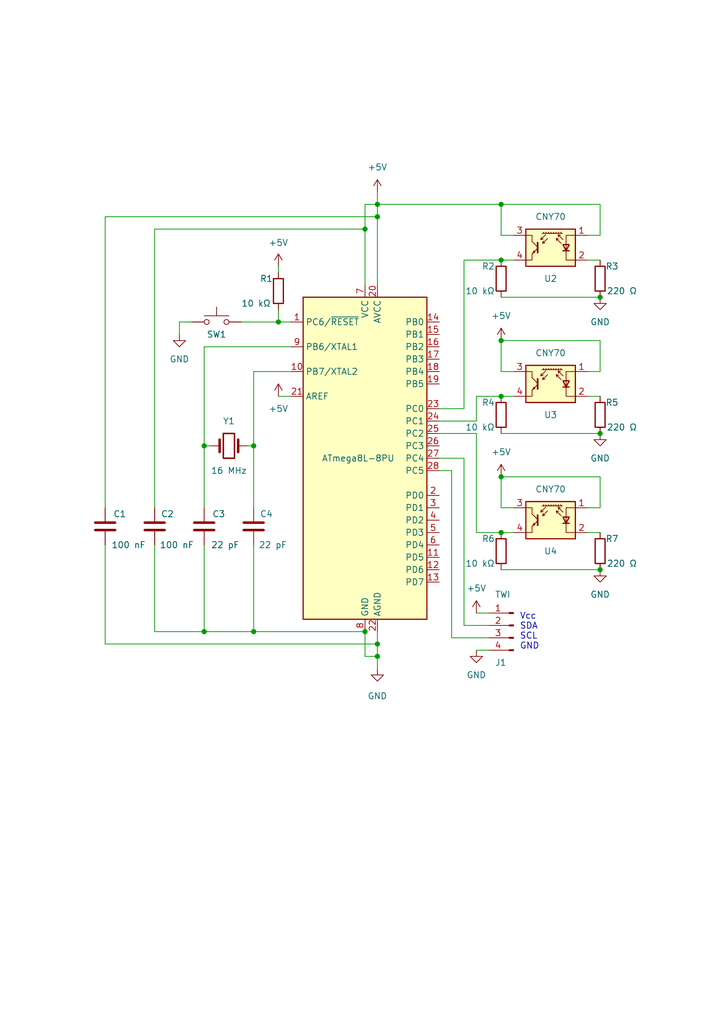
<source format=kicad_sch>
(kicad_sch (version 20211123) (generator eeschema)
  (paper "A5" portrait)
  (title_block (title "Line tracking sensor board") (date "2022-01-08") (rev "0.1.0") (comment 1 "Location: https://github.com/atlas144/mals") (comment 2 "SPDX-License-Identifier: CERN-OHL-S-2.0") (comment 3 "Author: Jakub Švarc (jakubsvarc@protonmail.com)"))
  (lib_symbols
    (symbol "Connector:Conn_01x04_Male" (pin_names (offset 1.016) hide)
      (property "Reference" "J" (at 0 5.08 0))
      (property "Value" "Conn_01x04_Male" (at 0 -7.62 0))
      (symbol "Conn_01x04_Male_1_1"
        (polyline (pts (xy 1.27 -5.08) (xy 0.8636 -5.08)) (stroke (width 0.1524)))
        (polyline (pts (xy 1.27 -2.54) (xy 0.8636 -2.54)) (stroke (width 0.1524)))
        (polyline (pts (xy 1.27 0) (xy 0.8636 0)) (stroke (width 0.1524)))
        (polyline (pts (xy 1.27 2.54) (xy 0.8636 2.54)) (stroke (width 0.1524)))
        (rectangle (start 0.8636 -4.953) (end 0 -5.207) (stroke (width 0.1524)) (fill (type outline)))
        (rectangle (start 0.8636 -2.413) (end 0 -2.667) (stroke (width 0.1524)) (fill (type outline)))
        (rectangle (start 0.8636 0.127) (end 0 -0.127) (stroke (width 0.1524)) (fill (type outline)))
        (rectangle (start 0.8636 2.667) (end 0 2.413) (stroke (width 0.1524)) (fill (type outline)))
        (pin passive line (at 5.08 2.54 180) (length 3.81) (name "Pin_1") (number "1"))
        (pin passive line (at 5.08 0 180) (length 3.81) (name "Pin_2") (number "2"))
        (pin passive line (at 5.08 -2.54 180) (length 3.81) (name "Pin_3") (number "3"))
        (pin passive line (at 5.08 -5.08 180) (length 3.81) (name "Pin_4") (number "4"))
      )
    )
    (symbol "Device:C" (pin_numbers hide) (pin_names (offset 0.254))
      (property "Reference" "C" (at 0.635 2.54 0))
      (property "Value" "C" (at 0.635 -2.54 0))
      (symbol "C_0_1"
        (polyline (pts (xy -2.032 -0.762) (xy 2.032 -0.762)) (stroke (width 0.508)))
        (polyline (pts (xy -2.032 0.762) (xy 2.032 0.762)) (stroke (width 0.508)))
      )
      (symbol "C_1_1"
        (pin passive line (at 0 3.81 270) (length 2.794) (name "~") (number "1"))
        (pin passive line (at 0 -3.81 90) (length 2.794) (name "~") (number "2"))
      )
    )
    (symbol "Device:Crystal" (pin_numbers hide) (pin_names (offset 1.016) hide)
      (property "Reference" "Y" (at 0 3.81 0))
      (property "Value" "Crystal" (at 0 -3.81 0))
      (symbol "Crystal_0_1"
        (rectangle (start -1.143 2.54) (end 1.143 -2.54) (stroke (width 0.3048)))
        (polyline (pts (xy -2.54 0) (xy -1.905 0)))
        (polyline (pts (xy -1.905 -1.27) (xy -1.905 1.27)) (stroke (width 0.508)))
        (polyline (pts (xy 1.905 -1.27) (xy 1.905 1.27)) (stroke (width 0.508)))
        (polyline (pts (xy 2.54 0) (xy 1.905 0)))
      )
      (symbol "Crystal_1_1"
        (pin passive line (at -3.81 0 0) (length 1.27) (name "1") (number "1"))
        (pin passive line (at 3.81 0 180) (length 1.27) (name "2") (number "2"))
      )
    )
    (symbol "Device:R" (pin_numbers hide) (pin_names (offset 0))
      (property "Reference" "R" (at 2.032 0 90))
      (property "Value" "R" (at 0 0 90))
      (symbol "R_0_1"
        (rectangle (start -1.016 -2.54) (end 1.016 2.54) (stroke (width 0.254)))
      )
      (symbol "R_1_1"
        (pin passive line (at 0 3.81 270) (length 1.27) (name "~") (number "1"))
        (pin passive line (at 0 -3.81 90) (length 1.27) (name "~") (number "2"))
      )
    )
    (symbol "MCU_Microchip_ATmega:ATmega8L-8P"
      (property "Reference" "U" (at -12.7 34.29 0))
      (property "Value" "ATmega8L-8P" (at 5.08 -34.29 0))
      (symbol "ATmega8L-8P_0_1"
        (rectangle (start -12.7 -33.02) (end 12.7 33.02) (stroke (width 0.254)) (fill (type background)))
      )
      (symbol "ATmega8L-8P_1_1"
        (pin bidirectional line (at -15.24 27.94 0) (length 2.54) (name "PC6/~{RESET}") (number "1"))
        (pin bidirectional line (at -15.24 17.78 0) (length 2.54) (name "PB7/XTAL2") (number "10"))
        (pin bidirectional line (at 15.24 -20.32 180) (length 2.54) (name "PD5") (number "11"))
        (pin bidirectional line (at 15.24 -22.86 180) (length 2.54) (name "PD6") (number "12"))
        (pin bidirectional line (at 15.24 -25.4 180) (length 2.54) (name "PD7") (number "13"))
        (pin bidirectional line (at 15.24 27.94 180) (length 2.54) (name "PB0") (number "14"))
        (pin bidirectional line (at 15.24 25.4 180) (length 2.54) (name "PB1") (number "15"))
        (pin bidirectional line (at 15.24 22.86 180) (length 2.54) (name "PB2") (number "16"))
        (pin bidirectional line (at 15.24 20.32 180) (length 2.54) (name "PB3") (number "17"))
        (pin bidirectional line (at 15.24 17.78 180) (length 2.54) (name "PB4") (number "18"))
        (pin bidirectional line (at 15.24 15.24 180) (length 2.54) (name "PB5") (number "19"))
        (pin bidirectional line (at 15.24 -7.62 180) (length 2.54) (name "PD0") (number "2"))
        (pin power_in line (at 2.54 35.56 270) (length 2.54) (name "AVCC") (number "20"))
        (pin passive line (at -15.24 12.7 0) (length 2.54) (name "AREF") (number "21"))
        (pin power_in line (at 2.54 -35.56 90) (length 2.54) (name "AGND") (number "22"))
        (pin bidirectional line (at 15.24 10.16 180) (length 2.54) (name "PC0") (number "23"))
        (pin bidirectional line (at 15.24 7.62 180) (length 2.54) (name "PC1") (number "24"))
        (pin bidirectional line (at 15.24 5.08 180) (length 2.54) (name "PC2") (number "25"))
        (pin bidirectional line (at 15.24 2.54 180) (length 2.54) (name "PC3") (number "26"))
        (pin bidirectional line (at 15.24 0 180) (length 2.54) (name "PC4") (number "27"))
        (pin bidirectional line (at 15.24 -2.54 180) (length 2.54) (name "PC5") (number "28"))
        (pin bidirectional line (at 15.24 -10.16 180) (length 2.54) (name "PD1") (number "3"))
        (pin bidirectional line (at 15.24 -12.7 180) (length 2.54) (name "PD2") (number "4"))
        (pin bidirectional line (at 15.24 -15.24 180) (length 2.54) (name "PD3") (number "5"))
        (pin bidirectional line (at 15.24 -17.78 180) (length 2.54) (name "PD4") (number "6"))
        (pin power_in line (at 0 35.56 270) (length 2.54) (name "VCC") (number "7"))
        (pin power_in line (at 0 -35.56 90) (length 2.54) (name "GND") (number "8"))
        (pin bidirectional line (at -15.24 22.86 0) (length 2.54) (name "PB6/XTAL1") (number "9"))
      )
    )
    (symbol "Sensor_Proximity:CNY70" (pin_names (offset 1.016) hide)
      (property "Reference" "U" (at -5.08 5.08 0))
      (property "Value" "CNY70" (at 5.08 5.08 0))
      (symbol "CNY70_0_1"
        (polyline (pts (xy -3.81 -0.635) (xy -2.54 -0.635)) (stroke (width 0.254)))
        (polyline (pts (xy -2.286 2.921) (xy -2.032 3.175)))
        (polyline (pts (xy -1.778 2.921) (xy -1.524 3.175)))
        (polyline (pts (xy -1.524 2.667) (xy -1.651 2.159)))
        (polyline (pts (xy -1.27 2.921) (xy -1.016 3.175)))
        (polyline (pts (xy -1.143 1.905) (xy -1.27 1.397)))
        (polyline (pts (xy -0.762 2.921) (xy -0.508 3.175)))
        (polyline (pts (xy -0.254 2.921) (xy 0 3.175)))
        (polyline (pts (xy 0.254 2.921) (xy 0.508 3.175)))
        (polyline (pts (xy 0.762 2.921) (xy 1.016 3.175)))
        (polyline (pts (xy 1.27 2.921) (xy 1.524 3.175)))
        (polyline (pts (xy 1.651 0.889) (xy 1.143 1.016)))
        (polyline (pts (xy 1.778 2.921) (xy -2.413 2.921)))
        (polyline (pts (xy 2.032 1.651) (xy 1.524 1.778)))
        (polyline (pts (xy 2.667 -0.127) (xy 3.81 -1.27)))
        (polyline (pts (xy 2.667 0.127) (xy 3.81 1.27)))
        (polyline (pts (xy -2.54 1.651) (xy -1.524 2.667) (xy -2.032 2.54)))
        (polyline (pts (xy -2.159 0.889) (xy -1.143 1.905) (xy -1.651 1.778)))
        (polyline (pts (xy 0.635 1.905) (xy 1.651 0.889) (xy 1.524 1.397)))
        (polyline (pts (xy 1.016 2.667) (xy 2.032 1.651) (xy 1.905 2.159)))
        (polyline (pts (xy 2.667 1.016) (xy 2.667 -1.016) (xy 2.667 -1.016)) (stroke (width 0.3556)))
        (polyline (pts (xy 3.81 -1.27) (xy 3.81 -2.54) (xy 5.08 -2.54)))
        (polyline (pts (xy 3.81 1.27) (xy 3.81 2.54) (xy 5.08 2.54)))
        (polyline (pts (xy -5.08 -2.54) (xy -3.175 -2.54) (xy -3.175 2.54) (xy -5.08 2.54)))
        (polyline (pts (xy -3.175 -0.635) (xy -3.81 0.635) (xy -2.54 0.635) (xy -3.175 -0.635)) (stroke (width 0.254)))
        (polyline (pts (xy 3.683 -1.143) (xy 3.429 -0.635) (xy 3.175 -0.889) (xy 3.683 -1.143)))
        (polyline (pts (xy -5.08 -3.81) (xy 5.08 -3.81) (xy 5.08 3.81) (xy -5.08 3.81) (xy -5.08 -3.81)) (stroke (width 0.254)) (fill (type background)))
      )
      (symbol "CNY70_1_1"
        (pin passive line (at -7.62 2.54 0) (length 2.54) (name "A") (number "1"))
        (pin passive line (at -7.62 -2.54 0) (length 2.54) (name "K") (number "2"))
        (pin open_collector line (at 7.62 2.54 180) (length 2.54) (name "C") (number "3"))
        (pin open_emitter line (at 7.62 -2.54 180) (length 2.54) (name "E") (number "4"))
      )
    )
    (symbol "Switch:SW_Push" (pin_numbers hide) (pin_names (offset 1.016) hide)
      (property "Reference" "SW" (at 1.27 2.54 0))
      (property "Value" "SW_Push" (at 0 -1.524 0))
      (symbol "SW_Push_0_1"
        (circle (center -2.032 0) (radius 0.508))
        (polyline (pts (xy 0 1.27) (xy 0 3.048)))
        (polyline (pts (xy 2.54 1.27) (xy -2.54 1.27)))
        (circle (center 2.032 0) (radius 0.508))
        (pin passive line (at -5.08 0 0) (length 2.54) (name "1") (number "1"))
        (pin passive line (at 5.08 0 180) (length 2.54) (name "2") (number "2"))
      )
    )
    (symbol "power:+5V" (power) (pin_names (offset 0))
      (property "Value" "+5V" (at 0 3.556 0))
      (symbol "+5V_0_1"
        (polyline (pts (xy -0.762 1.27) (xy 0 2.54)))
        (polyline (pts (xy 0 0) (xy 0 2.54)))
        (polyline (pts (xy 0 2.54) (xy 0.762 1.27)))
      )
      (symbol "+5V_1_1"
        (pin power_in line (at 0 0 90) (length 0) hide (name "+5V") (number "1"))
      )
    )
    (symbol "power:GND" (power) (pin_names (offset 0))
      (property "Value" "GND" (at 0 -3.81 0))
      (symbol "GND_0_1"
        (polyline (pts (xy 0 0) (xy 0 -1.27) (xy 1.27 -1.27) (xy 0 -2.54) (xy -1.27 -1.27) (xy 0 -1.27)))
      )
      (symbol "GND_1_1"
        (pin power_in line (at 0 0 270) (length 0) hide (name "GND") (number "1"))
      )
    )
  )
  (junction (at 102.87 69.85))
  (junction (at 74.93 46.99))
  (junction (at 77.47 132.08))
  (junction (at 77.47 44.45))
  (junction (at 77.47 134.62))
  (junction (at 74.93 129.54))
  (junction (at 123.19 60.96))
  (junction (at 123.19 116.84))
  (junction (at 57.15 66.04))
  (junction (at 123.19 88.9))
  (junction (at 52.07 91.44))
  (junction (at 102.87 81.28))
  (junction (at 41.91 91.44))
  (junction (at 41.91 129.54))
  (junction (at 52.07 129.54))
  (junction (at 102.87 53.34))
  (junction (at 102.87 109.22))
  (junction (at 77.47 41.91))
  (junction (at 102.87 97.79))
  (junction (at 102.87 41.91))
  (wire (pts (xy 41.91 71.12) (xy 41.91 91.44)))
  (wire (pts (xy 95.25 128.27) (xy 100.33 128.27)))
  (wire (pts (xy 105.41 81.28) (xy 102.87 81.28)))
  (wire (pts (xy 102.87 109.22) (xy 97.79 109.22)))
  (wire (pts (xy 74.93 129.54) (xy 52.07 129.54)))
  (wire (pts (xy 123.19 104.14) (xy 120.65 104.14)))
  (wire (pts (xy 57.15 55.88) (xy 57.15 54.61)))
  (wire (pts (xy 102.87 76.2) (xy 105.41 76.2)))
  (wire (pts (xy 102.87 60.96) (xy 123.19 60.96)))
  (wire (pts (xy 74.93 134.62) (xy 74.93 129.54)))
  (wire (pts (xy 92.71 96.52) (xy 92.71 130.81)))
  (wire (pts (xy 36.83 66.04) (xy 39.37 66.04)))
  (wire (pts (xy 102.87 69.85) (xy 102.87 76.2)))
  (wire (pts (xy 102.87 116.84) (xy 123.19 116.84)))
  (wire (pts (xy 41.91 129.54) (xy 31.75 129.54)))
  (wire (pts (xy 77.47 39.37) (xy 77.47 41.91)))
  (wire (pts (xy 102.87 69.85) (xy 123.19 69.85)))
  (wire (pts (xy 95.25 83.82) (xy 90.17 83.82)))
  (wire (pts (xy 31.75 104.14) (xy 31.75 46.99)))
  (wire (pts (xy 77.47 132.08) (xy 21.59 132.08)))
  (wire (pts (xy 97.79 133.35) (xy 100.33 133.35)))
  (wire (pts (xy 36.83 66.04) (xy 36.83 68.58)))
  (wire (pts (xy 123.19 41.91) (xy 123.19 48.26)))
  (wire (pts (xy 92.71 130.81) (xy 100.33 130.81)))
  (wire (pts (xy 57.15 81.28) (xy 59.69 81.28)))
  (wire (pts (xy 123.19 69.85) (xy 123.19 76.2)))
  (wire (pts (xy 95.25 53.34) (xy 95.25 83.82)))
  (wire (pts (xy 77.47 41.91) (xy 74.93 41.91)))
  (wire (pts (xy 123.19 109.22) (xy 120.65 109.22)))
  (wire (pts (xy 97.79 86.36) (xy 90.17 86.36)))
  (wire (pts (xy 90.17 96.52) (xy 92.71 96.52)))
  (wire (pts (xy 57.15 66.04) (xy 59.69 66.04)))
  (wire (pts (xy 52.07 76.2) (xy 52.07 91.44)))
  (wire (pts (xy 59.69 71.12) (xy 41.91 71.12)))
  (wire (pts (xy 102.87 41.91) (xy 102.87 48.26)))
  (wire (pts (xy 50.8 91.44) (xy 52.07 91.44)))
  (wire (pts (xy 97.79 81.28) (xy 97.79 86.36)))
  (wire (pts (xy 41.91 91.44) (xy 41.91 104.14)))
  (wire (pts (xy 77.47 58.42) (xy 77.47 44.45)))
  (wire (pts (xy 123.19 48.26) (xy 120.65 48.26)))
  (wire (pts (xy 41.91 91.44) (xy 43.18 91.44)))
  (wire (pts (xy 41.91 111.76) (xy 41.91 129.54)))
  (wire (pts (xy 31.75 46.99) (xy 74.93 46.99)))
  (wire (pts (xy 90.17 93.98) (xy 95.25 93.98)))
  (wire (pts (xy 97.79 125.73) (xy 100.33 125.73)))
  (wire (pts (xy 102.87 97.79) (xy 123.19 97.79)))
  (wire (pts (xy 77.47 134.62) (xy 77.47 137.16)))
  (wire (pts (xy 49.53 66.04) (xy 57.15 66.04)))
  (wire (pts (xy 123.19 97.79) (xy 123.19 104.14)))
  (wire (pts (xy 52.07 129.54) (xy 41.91 129.54)))
  (wire (pts (xy 21.59 44.45) (xy 77.47 44.45)))
  (wire (pts (xy 97.79 88.9) (xy 90.17 88.9)))
  (wire (pts (xy 102.87 104.14) (xy 105.41 104.14)))
  (wire (pts (xy 105.41 53.34) (xy 102.87 53.34)))
  (wire (pts (xy 77.47 41.91) (xy 102.87 41.91)))
  (wire (pts (xy 74.93 41.91) (xy 74.93 46.99)))
  (wire (pts (xy 59.69 76.2) (xy 52.07 76.2)))
  (wire (pts (xy 102.87 41.91) (xy 123.19 41.91)))
  (wire (pts (xy 102.87 97.79) (xy 102.87 104.14)))
  (wire (pts (xy 77.47 41.91) (xy 77.47 44.45)))
  (wire (pts (xy 77.47 129.54) (xy 77.47 132.08)))
  (wire (pts (xy 102.87 53.34) (xy 95.25 53.34)))
  (wire (pts (xy 31.75 129.54) (xy 31.75 111.76)))
  (wire (pts (xy 123.19 76.2) (xy 120.65 76.2)))
  (wire (pts (xy 77.47 134.62) (xy 74.93 134.62)))
  (wire (pts (xy 74.93 46.99) (xy 74.93 58.42)))
  (wire (pts (xy 52.07 111.76) (xy 52.07 129.54)))
  (wire (pts (xy 57.15 63.5) (xy 57.15 66.04)))
  (wire (pts (xy 123.19 53.34) (xy 120.65 53.34)))
  (wire (pts (xy 97.79 109.22) (xy 97.79 88.9)))
  (wire (pts (xy 102.87 88.9) (xy 123.19 88.9)))
  (wire (pts (xy 102.87 81.28) (xy 97.79 81.28)))
  (wire (pts (xy 123.19 81.28) (xy 120.65 81.28)))
  (wire (pts (xy 77.47 132.08) (xy 77.47 134.62)))
  (wire (pts (xy 105.41 109.22) (xy 102.87 109.22)))
  (wire (pts (xy 102.87 48.26) (xy 105.41 48.26)))
  (wire (pts (xy 21.59 104.14) (xy 21.59 44.45)))
  (wire (pts (xy 21.59 132.08) (xy 21.59 111.76)))
  (wire (pts (xy 95.25 93.98) (xy 95.25 128.27)))
  (wire (pts (xy 52.07 91.44) (xy 52.07 104.14)))
  (text "Vcc\nSDA\nSCL\nGND" (at 106.68 133.35 0) (effects (font (size 1.27 1.27)) (justify left bottom)))
  (symbol (lib_id "MCU_Microchip_ATmega:ATmega8L-8P") (at 74.93 93.98 0) (unit 1)
    (property "Reference" "U1" (effects hide))
    (property "Value" "ATmega8L-8PU" (at 66.04 93.98 0) (effects (justify left)))
    (property "Footprint" "Package_DIP:DIP-28_W7.62mm_Socket" (effects hide))
    (property "Datasheet" "http://ww1.microchip.com/downloads/en/DeviceDoc/atmel-2486-8-bit-avr-microcontroller-atmega8_l_datasheet.pdf" (effects hide))
  )
  (symbol (lib_id "power:GND") (at 123.19 116.84 0) (unit 1)
    (property "Reference" "#PWR0112" (effects hide))
    (property "Value" "GND" (at 123.19 121.92 0))
  )
  (symbol (lib_id "Sensor_Proximity:CNY70") (at 113.03 106.68 0) (mirror y) (unit 1)
    (property "Reference" "U4" (at 113.03 113.03 0))
    (property "Value" "CNY70" (at 113.03 100.33 0))
    (property "Footprint" "OptoDevice:Vishay_CNY70" (effects hide))
    (property "Datasheet" "https://www.vishay.com/docs/83751/cny70.pdf" (effects hide))
  )
  (symbol (lib_id "Device:C") (at 31.75 107.95 0) (unit 1)
    (property "Reference" "C2" (at 33.02 105.41 0) (effects (justify left)))
    (property "Value" "100 nF" (at 32.766 111.7599 0) (effects (justify left)))
    (property "Footprint" "Capacitor_THT:C_Disc_D4.3mm_W1.9mm_P5.00mm" (effects hide))
  )
  (symbol (lib_id "Switch:SW_Push") (at 44.45 66.04 0) (unit 1)
    (property "Reference" "SW1" (at 44.45 68.58 0))
    (property "Value" "SW_Push" (effects hide))
    (property "Footprint" "Button_Switch_THT:SW_PUSH_6mm_H5mm" (effects hide))
  )
  (symbol (lib_id "power:GND") (at 123.19 60.96 0) (unit 1)
    (property "Reference" "#PWR0103" (effects hide))
    (property "Value" "GND" (at 123.19 66.04 0))
  )
  (symbol (lib_id "power:+5V") (at 57.15 54.61 0) (unit 1)
    (property "Reference" "#PWR0106" (effects hide))
    (property "Value" "+5V" (at 57.15 49.784 0))
  )
  (symbol (lib_id "Sensor_Proximity:CNY70") (at 113.03 50.8 0) (mirror y) (unit 1)
    (property "Reference" "U2" (at 113.03 57.15 0))
    (property "Value" "CNY70" (at 113.03 44.45 0))
    (property "Footprint" "OptoDevice:Vishay_CNY70" (effects hide))
    (property "Datasheet" "https://www.vishay.com/docs/83751/cny70.pdf" (effects hide))
  )
  (symbol (lib_id "Device:R") (at 123.19 57.15 0) (mirror y) (unit 1)
    (property "Reference" "R3" (at 127 54.61 0) (effects (justify left)))
    (property "Value" "220 Ω" (at 130.81 59.69 0) (effects (justify left)))
    (property "Footprint" "Resistor_THT:R_Axial_DIN0207_L6.3mm_D2.5mm_P10.16mm_Horizontal" (effects hide))
  )
  (symbol (lib_id "Device:R") (at 102.87 113.03 0) (mirror y) (unit 1)
    (property "Reference" "R6" (at 101.6 110.49 0) (effects (justify left)))
    (property "Value" "10 kΩ" (at 101.6 115.57 0) (effects (justify left)))
    (property "Footprint" "Resistor_THT:R_Axial_DIN0207_L6.3mm_D2.5mm_P10.16mm_Horizontal" (effects hide))
  )
  (symbol (lib_id "Device:R") (at 123.19 85.09 0) (mirror y) (unit 1)
    (property "Reference" "R5" (at 127 82.55 0) (effects (justify left)))
    (property "Value" "220 Ω" (at 130.81 87.63 0) (effects (justify left)))
    (property "Footprint" "Resistor_THT:R_Axial_DIN0207_L6.3mm_D2.5mm_P10.16mm_Horizontal" (effects hide))
  )
  (symbol (lib_id "power:GND") (at 77.47 137.16 0) (unit 1)
    (property "Reference" "#PWR0101" (effects hide))
    (property "Value" "GND" (at 77.47 142.748 0))
  )
  (symbol (lib_id "power:GND") (at 36.83 68.58 0) (unit 1)
    (property "Reference" "#PWR0104" (effects hide))
    (property "Value" "GND" (at 36.83 73.66 0))
  )
  (symbol (lib_id "Sensor_Proximity:CNY70") (at 113.03 78.74 0) (mirror y) (unit 1)
    (property "Reference" "U3" (at 113.03 85.09 0))
    (property "Value" "CNY70" (at 113.03 72.39 0))
    (property "Footprint" "OptoDevice:Vishay_CNY70" (effects hide))
    (property "Datasheet" "https://www.vishay.com/docs/83751/cny70.pdf" (effects hide))
  )
  (symbol (lib_id "power:GND") (at 123.19 88.9 0) (unit 1)
    (property "Reference" "#PWR0111" (effects hide))
    (property "Value" "GND" (at 123.19 93.98 0))
  )
  (symbol (lib_id "Device:Crystal") (at 46.99 91.44 180) (unit 1)
    (property "Reference" "Y1" (at 46.99 86.36 0))
    (property "Value" "16 MHz" (at 46.99 96.52 0))
    (property "Footprint" "Crystal:Crystal_HC49-4H_Vertical" (effects hide))
  )
  (symbol (lib_id "Connector:Conn_01x04_Male") (at 105.41 128.27 0) (mirror y) (unit 1)
    (property "Reference" "J1" (at 101.6 135.89 0) (effects (justify right)))
    (property "Value" "TWI" (at 101.6 121.92 0) (effects (justify right)))
    (property "Footprint" "Connector_Molex:Molex_KK-254_AE-6410-04A_1x04_P2.54mm_Vertical" (effects hide))
  )
  (symbol (lib_id "power:GND") (at 97.79 133.35 0) (unit 1)
    (property "Reference" "#PWR0110" (effects hide))
    (property "Value" "GND" (at 97.79 138.43 0))
  )
  (symbol (lib_id "power:+5V") (at 102.87 97.79 0) (unit 1)
    (property "Reference" "#PWR0109" (effects hide))
    (property "Value" "+5V" (at 102.87 92.71 0))
  )
  (symbol (lib_id "power:+5V") (at 102.87 69.85 0) (unit 1)
    (property "Reference" "#PWR0108" (effects hide))
    (property "Value" "+5V" (at 102.87 64.77 0))
  )
  (symbol (lib_id "Device:R") (at 123.19 113.03 0) (mirror y) (unit 1)
    (property "Reference" "R7" (at 127 110.49 0) (effects (justify left)))
    (property "Value" "220 Ω" (at 130.81 115.57 0) (effects (justify left)))
    (property "Footprint" "Resistor_THT:R_Axial_DIN0207_L6.3mm_D2.5mm_P10.16mm_Horizontal" (effects hide))
  )
  (symbol (lib_id "Device:R") (at 102.87 85.09 0) (mirror y) (unit 1)
    (property "Reference" "R4" (at 101.6 82.55 0) (effects (justify left)))
    (property "Value" "10 kΩ" (at 101.6 87.63 0) (effects (justify left)))
    (property "Footprint" "Resistor_THT:R_Axial_DIN0207_L6.3mm_D2.5mm_P10.16mm_Horizontal" (effects hide))
  )
  (symbol (lib_id "Device:C") (at 41.91 107.95 0) (unit 1)
    (property "Reference" "C3" (at 43.561 105.41 0) (effects (justify left)))
    (property "Value" "22 pF" (at 43.307 111.7599 0) (effects (justify left)))
    (property "Footprint" "Capacitor_THT:C_Disc_D4.3mm_W1.9mm_P5.00mm" (effects hide))
  )
  (symbol (lib_id "Device:R") (at 57.15 59.69 0) (unit 1)
    (property "Reference" "R1" (at 53.34 57.15 0) (effects (justify left)))
    (property "Value" "10 kΩ" (at 49.53 62.23 0) (effects (justify left)))
    (property "Footprint" "Resistor_THT:R_Axial_DIN0207_L6.3mm_D2.5mm_P10.16mm_Horizontal" (effects hide))
  )
  (symbol (lib_id "Device:C") (at 21.59 107.95 0) (unit 1)
    (property "Reference" "C1" (at 23.241 105.41 0) (effects (justify left)))
    (property "Value" "100 nF" (at 22.86 111.76 0) (effects (justify left)))
    (property "Footprint" "Capacitor_THT:C_Disc_D4.3mm_W1.9mm_P5.00mm" (effects hide))
  )
  (symbol (lib_id "Device:C") (at 52.07 107.95 0) (unit 1)
    (property "Reference" "C4" (at 53.34 105.41 0) (effects (justify left)))
    (property "Value" "22 pF" (at 53.086 111.7599 0) (effects (justify left)))
    (property "Footprint" "Capacitor_THT:C_Disc_D4.3mm_W1.9mm_P5.00mm" (effects hide))
  )
  (symbol (lib_id "Device:R") (at 102.87 57.15 0) (mirror y) (unit 1)
    (property "Reference" "R2" (at 101.6 54.61 0) (effects (justify left)))
    (property "Value" "10 kΩ" (at 101.6 59.69 0) (effects (justify left)))
    (property "Footprint" "Resistor_THT:R_Axial_DIN0207_L6.3mm_D2.5mm_P10.16mm_Horizontal" (effects hide))
  )
  (symbol (lib_id "power:+5V") (at 77.47 39.37 0) (unit 1)
    (property "Reference" "#PWR0107" (effects hide))
    (property "Value" "+5V" (at 77.47 34.29 0))
  )
  (symbol (lib_id "power:+5V") (at 57.15 81.28 0) (unit 1)
    (property "Reference" "#PWR0105" (effects hide))
    (property "Value" "+5V" (at 57.15 83.82 0))
  )
  (symbol (lib_id "power:+5V") (at 97.79 125.73 0) (unit 1)
    (property "Reference" "#PWR0102" (effects hide))
    (property "Value" "+5V" (at 97.79 120.65 0))
  )
)
</source>
